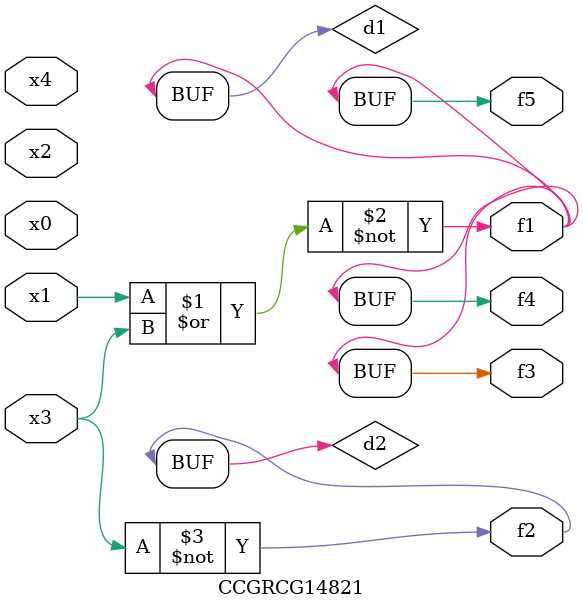
<source format=v>
module CCGRCG14821(
	input x0, x1, x2, x3, x4,
	output f1, f2, f3, f4, f5
);

	wire d1, d2;

	nor (d1, x1, x3);
	not (d2, x3);
	assign f1 = d1;
	assign f2 = d2;
	assign f3 = d1;
	assign f4 = d1;
	assign f5 = d1;
endmodule

</source>
